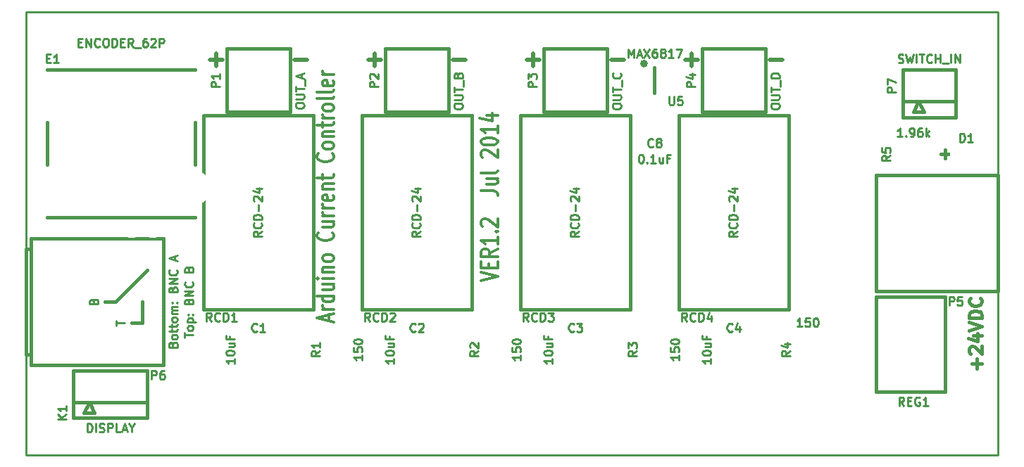
<source format=gto>
G04 (created by PCBNEW (2013-jul-07)-stable) date Tue 08 Jul 2014 03:30:23 PM EDT*
%MOIN*%
G04 Gerber Fmt 3.4, Leading zero omitted, Abs format*
%FSLAX34Y34*%
G01*
G70*
G90*
G04 APERTURE LIST*
%ADD10C,0.00590551*%
%ADD11C,0.01*%
%ADD12C,0.02*%
%ADD13C,0.009*%
%ADD14C,0.012*%
%ADD15C,0.005*%
%ADD16C,0.015*%
%ADD17C,0.175*%
%ADD18O,0.08X0.12*%
%ADD19C,0.08*%
%ADD20R,0.07X0.12*%
%ADD21R,0.12X0.07*%
%ADD22R,0.067X0.067*%
%ADD23C,0.096*%
%ADD24C,0.16*%
%ADD25C,0.18*%
%ADD26R,0.12X0.12*%
%ADD27C,0.12*%
%ADD28R,0.1X0.1*%
%ADD29C,0.1*%
%ADD30R,0.0604X0.03*%
%ADD31C,0.093*%
%ADD32R,0.093X0.093*%
%ADD33C,0.14*%
%ADD34C,0.11*%
%ADD35C,0.09*%
G04 APERTURE END LIST*
G54D10*
G54D11*
X51011Y-45935D02*
X51011Y-45707D01*
X51411Y-45821D02*
X51011Y-45821D01*
X51411Y-45516D02*
X51392Y-45554D01*
X51373Y-45573D01*
X51335Y-45592D01*
X51221Y-45592D01*
X51183Y-45573D01*
X51164Y-45554D01*
X51145Y-45516D01*
X51145Y-45459D01*
X51164Y-45421D01*
X51183Y-45402D01*
X51221Y-45383D01*
X51335Y-45383D01*
X51373Y-45402D01*
X51392Y-45421D01*
X51411Y-45459D01*
X51411Y-45516D01*
X51145Y-45211D02*
X51545Y-45211D01*
X51164Y-45211D02*
X51145Y-45173D01*
X51145Y-45097D01*
X51164Y-45059D01*
X51183Y-45040D01*
X51221Y-45021D01*
X51335Y-45021D01*
X51373Y-45040D01*
X51392Y-45059D01*
X51411Y-45097D01*
X51411Y-45173D01*
X51392Y-45211D01*
X51373Y-44850D02*
X51392Y-44830D01*
X51411Y-44850D01*
X51392Y-44869D01*
X51373Y-44850D01*
X51411Y-44850D01*
X51164Y-44850D02*
X51183Y-44830D01*
X51202Y-44850D01*
X51183Y-44869D01*
X51164Y-44850D01*
X51202Y-44850D01*
X51202Y-44221D02*
X51221Y-44164D01*
X51240Y-44145D01*
X51278Y-44126D01*
X51335Y-44126D01*
X51373Y-44145D01*
X51392Y-44164D01*
X51411Y-44202D01*
X51411Y-44354D01*
X51011Y-44354D01*
X51011Y-44221D01*
X51030Y-44183D01*
X51050Y-44164D01*
X51088Y-44145D01*
X51126Y-44145D01*
X51164Y-44164D01*
X51183Y-44183D01*
X51202Y-44221D01*
X51202Y-44354D01*
X51411Y-43954D02*
X51011Y-43954D01*
X51411Y-43726D01*
X51011Y-43726D01*
X51373Y-43307D02*
X51392Y-43326D01*
X51411Y-43383D01*
X51411Y-43421D01*
X51392Y-43478D01*
X51354Y-43516D01*
X51316Y-43535D01*
X51240Y-43554D01*
X51183Y-43554D01*
X51107Y-43535D01*
X51069Y-43516D01*
X51030Y-43478D01*
X51011Y-43421D01*
X51011Y-43383D01*
X51030Y-43326D01*
X51050Y-43307D01*
X51202Y-42697D02*
X51221Y-42640D01*
X51240Y-42621D01*
X51278Y-42602D01*
X51335Y-42602D01*
X51373Y-42621D01*
X51392Y-42640D01*
X51411Y-42678D01*
X51411Y-42830D01*
X51011Y-42830D01*
X51011Y-42697D01*
X51030Y-42659D01*
X51050Y-42640D01*
X51088Y-42621D01*
X51126Y-42621D01*
X51164Y-42640D01*
X51183Y-42659D01*
X51202Y-42697D01*
X51202Y-42830D01*
X50452Y-46259D02*
X50471Y-46202D01*
X50490Y-46183D01*
X50528Y-46164D01*
X50585Y-46164D01*
X50623Y-46183D01*
X50642Y-46202D01*
X50661Y-46240D01*
X50661Y-46392D01*
X50261Y-46392D01*
X50261Y-46259D01*
X50280Y-46221D01*
X50300Y-46202D01*
X50338Y-46183D01*
X50376Y-46183D01*
X50414Y-46202D01*
X50433Y-46221D01*
X50452Y-46259D01*
X50452Y-46392D01*
X50661Y-45935D02*
X50642Y-45973D01*
X50623Y-45992D01*
X50585Y-46011D01*
X50471Y-46011D01*
X50433Y-45992D01*
X50414Y-45973D01*
X50395Y-45935D01*
X50395Y-45878D01*
X50414Y-45840D01*
X50433Y-45821D01*
X50471Y-45802D01*
X50585Y-45802D01*
X50623Y-45821D01*
X50642Y-45840D01*
X50661Y-45878D01*
X50661Y-45935D01*
X50395Y-45688D02*
X50395Y-45535D01*
X50261Y-45630D02*
X50604Y-45630D01*
X50642Y-45611D01*
X50661Y-45573D01*
X50661Y-45535D01*
X50395Y-45459D02*
X50395Y-45307D01*
X50261Y-45402D02*
X50604Y-45402D01*
X50642Y-45383D01*
X50661Y-45345D01*
X50661Y-45307D01*
X50661Y-45116D02*
X50642Y-45154D01*
X50623Y-45173D01*
X50585Y-45192D01*
X50471Y-45192D01*
X50433Y-45173D01*
X50414Y-45154D01*
X50395Y-45116D01*
X50395Y-45059D01*
X50414Y-45021D01*
X50433Y-45002D01*
X50471Y-44983D01*
X50585Y-44983D01*
X50623Y-45002D01*
X50642Y-45021D01*
X50661Y-45059D01*
X50661Y-45116D01*
X50661Y-44811D02*
X50395Y-44811D01*
X50433Y-44811D02*
X50414Y-44792D01*
X50395Y-44754D01*
X50395Y-44697D01*
X50414Y-44659D01*
X50452Y-44640D01*
X50661Y-44640D01*
X50452Y-44640D02*
X50414Y-44621D01*
X50395Y-44583D01*
X50395Y-44526D01*
X50414Y-44488D01*
X50452Y-44469D01*
X50661Y-44469D01*
X50623Y-44278D02*
X50642Y-44259D01*
X50661Y-44278D01*
X50642Y-44297D01*
X50623Y-44278D01*
X50661Y-44278D01*
X50414Y-44278D02*
X50433Y-44259D01*
X50452Y-44278D01*
X50433Y-44297D01*
X50414Y-44278D01*
X50452Y-44278D01*
X50452Y-43650D02*
X50471Y-43592D01*
X50490Y-43573D01*
X50528Y-43554D01*
X50585Y-43554D01*
X50623Y-43573D01*
X50642Y-43592D01*
X50661Y-43630D01*
X50661Y-43783D01*
X50261Y-43783D01*
X50261Y-43650D01*
X50280Y-43611D01*
X50300Y-43592D01*
X50338Y-43573D01*
X50376Y-43573D01*
X50414Y-43592D01*
X50433Y-43611D01*
X50452Y-43650D01*
X50452Y-43783D01*
X50661Y-43383D02*
X50261Y-43383D01*
X50661Y-43154D01*
X50261Y-43154D01*
X50623Y-42735D02*
X50642Y-42754D01*
X50661Y-42811D01*
X50661Y-42850D01*
X50642Y-42907D01*
X50604Y-42945D01*
X50566Y-42964D01*
X50490Y-42983D01*
X50433Y-42983D01*
X50357Y-42964D01*
X50319Y-42945D01*
X50280Y-42907D01*
X50261Y-42850D01*
X50261Y-42811D01*
X50280Y-42754D01*
X50300Y-42735D01*
X50547Y-42278D02*
X50547Y-42088D01*
X50661Y-42316D02*
X50261Y-42183D01*
X50661Y-42050D01*
G54D12*
X71195Y-32769D02*
X71804Y-32769D01*
X78695Y-32769D02*
X79304Y-32769D01*
X63695Y-32769D02*
X64304Y-32769D01*
X74695Y-32769D02*
X75304Y-32769D01*
X75000Y-33073D02*
X75000Y-32464D01*
X52195Y-32769D02*
X52804Y-32769D01*
X52500Y-33073D02*
X52500Y-32464D01*
X59695Y-32769D02*
X60304Y-32769D01*
X60000Y-33073D02*
X60000Y-32464D01*
X56195Y-32769D02*
X56804Y-32769D01*
X67195Y-32769D02*
X67804Y-32769D01*
X67500Y-33073D02*
X67500Y-32464D01*
G54D13*
X89500Y-51500D02*
X43500Y-51500D01*
X43500Y-30500D02*
X89500Y-30500D01*
X43500Y-30500D02*
X43500Y-51500D01*
G54D14*
X57845Y-45135D02*
X57845Y-44850D01*
X58073Y-45192D02*
X57273Y-44992D01*
X58073Y-44792D01*
X58073Y-44592D02*
X57540Y-44592D01*
X57692Y-44592D02*
X57616Y-44564D01*
X57578Y-44535D01*
X57540Y-44478D01*
X57540Y-44421D01*
X58073Y-43964D02*
X57273Y-43964D01*
X58035Y-43964D02*
X58073Y-44021D01*
X58073Y-44135D01*
X58035Y-44192D01*
X57997Y-44221D01*
X57921Y-44250D01*
X57692Y-44250D01*
X57616Y-44221D01*
X57578Y-44192D01*
X57540Y-44135D01*
X57540Y-44021D01*
X57578Y-43964D01*
X57540Y-43421D02*
X58073Y-43421D01*
X57540Y-43678D02*
X57959Y-43678D01*
X58035Y-43650D01*
X58073Y-43592D01*
X58073Y-43507D01*
X58035Y-43450D01*
X57997Y-43421D01*
X58073Y-43135D02*
X57540Y-43135D01*
X57273Y-43135D02*
X57311Y-43164D01*
X57350Y-43135D01*
X57311Y-43107D01*
X57273Y-43135D01*
X57350Y-43135D01*
X57540Y-42850D02*
X58073Y-42850D01*
X57616Y-42850D02*
X57578Y-42821D01*
X57540Y-42764D01*
X57540Y-42678D01*
X57578Y-42621D01*
X57654Y-42592D01*
X58073Y-42592D01*
X58073Y-42221D02*
X58035Y-42278D01*
X57997Y-42307D01*
X57921Y-42335D01*
X57692Y-42335D01*
X57616Y-42307D01*
X57578Y-42278D01*
X57540Y-42221D01*
X57540Y-42135D01*
X57578Y-42078D01*
X57616Y-42050D01*
X57692Y-42021D01*
X57921Y-42021D01*
X57997Y-42050D01*
X58035Y-42078D01*
X58073Y-42135D01*
X58073Y-42221D01*
X57997Y-40964D02*
X58035Y-40992D01*
X58073Y-41078D01*
X58073Y-41135D01*
X58035Y-41221D01*
X57959Y-41278D01*
X57883Y-41307D01*
X57730Y-41335D01*
X57616Y-41335D01*
X57464Y-41307D01*
X57388Y-41278D01*
X57311Y-41221D01*
X57273Y-41135D01*
X57273Y-41078D01*
X57311Y-40992D01*
X57350Y-40964D01*
X57540Y-40450D02*
X58073Y-40450D01*
X57540Y-40707D02*
X57959Y-40707D01*
X58035Y-40678D01*
X58073Y-40621D01*
X58073Y-40535D01*
X58035Y-40478D01*
X57997Y-40450D01*
X58073Y-40164D02*
X57540Y-40164D01*
X57692Y-40164D02*
X57616Y-40135D01*
X57578Y-40107D01*
X57540Y-40050D01*
X57540Y-39992D01*
X58073Y-39792D02*
X57540Y-39792D01*
X57692Y-39792D02*
X57616Y-39764D01*
X57578Y-39735D01*
X57540Y-39678D01*
X57540Y-39621D01*
X58035Y-39192D02*
X58073Y-39250D01*
X58073Y-39364D01*
X58035Y-39421D01*
X57959Y-39450D01*
X57654Y-39450D01*
X57578Y-39421D01*
X57540Y-39364D01*
X57540Y-39250D01*
X57578Y-39192D01*
X57654Y-39164D01*
X57730Y-39164D01*
X57807Y-39450D01*
X57540Y-38907D02*
X58073Y-38907D01*
X57616Y-38907D02*
X57578Y-38878D01*
X57540Y-38821D01*
X57540Y-38735D01*
X57578Y-38678D01*
X57654Y-38650D01*
X58073Y-38650D01*
X57540Y-38450D02*
X57540Y-38221D01*
X57273Y-38364D02*
X57959Y-38364D01*
X58035Y-38335D01*
X58073Y-38278D01*
X58073Y-38221D01*
X57997Y-37221D02*
X58035Y-37250D01*
X58073Y-37335D01*
X58073Y-37392D01*
X58035Y-37478D01*
X57959Y-37535D01*
X57883Y-37564D01*
X57730Y-37592D01*
X57616Y-37592D01*
X57464Y-37564D01*
X57388Y-37535D01*
X57311Y-37478D01*
X57273Y-37392D01*
X57273Y-37335D01*
X57311Y-37250D01*
X57350Y-37221D01*
X58073Y-36878D02*
X58035Y-36935D01*
X57997Y-36964D01*
X57921Y-36992D01*
X57692Y-36992D01*
X57616Y-36964D01*
X57578Y-36935D01*
X57540Y-36878D01*
X57540Y-36792D01*
X57578Y-36735D01*
X57616Y-36707D01*
X57692Y-36678D01*
X57921Y-36678D01*
X57997Y-36707D01*
X58035Y-36735D01*
X58073Y-36792D01*
X58073Y-36878D01*
X57540Y-36421D02*
X58073Y-36421D01*
X57616Y-36421D02*
X57578Y-36392D01*
X57540Y-36335D01*
X57540Y-36250D01*
X57578Y-36192D01*
X57654Y-36164D01*
X58073Y-36164D01*
X57540Y-35964D02*
X57540Y-35735D01*
X57273Y-35878D02*
X57959Y-35878D01*
X58035Y-35850D01*
X58073Y-35792D01*
X58073Y-35735D01*
X58073Y-35535D02*
X57540Y-35535D01*
X57692Y-35535D02*
X57616Y-35507D01*
X57578Y-35478D01*
X57540Y-35421D01*
X57540Y-35364D01*
X58073Y-35078D02*
X58035Y-35135D01*
X57997Y-35164D01*
X57921Y-35192D01*
X57692Y-35192D01*
X57616Y-35164D01*
X57578Y-35135D01*
X57540Y-35078D01*
X57540Y-34992D01*
X57578Y-34935D01*
X57616Y-34907D01*
X57692Y-34878D01*
X57921Y-34878D01*
X57997Y-34907D01*
X58035Y-34935D01*
X58073Y-34992D01*
X58073Y-35078D01*
X58073Y-34535D02*
X58035Y-34592D01*
X57959Y-34621D01*
X57273Y-34621D01*
X58073Y-34221D02*
X58035Y-34278D01*
X57959Y-34307D01*
X57273Y-34307D01*
X58035Y-33764D02*
X58073Y-33821D01*
X58073Y-33935D01*
X58035Y-33992D01*
X57959Y-34021D01*
X57654Y-34021D01*
X57578Y-33992D01*
X57540Y-33935D01*
X57540Y-33821D01*
X57578Y-33764D01*
X57654Y-33735D01*
X57730Y-33735D01*
X57807Y-34021D01*
X58073Y-33478D02*
X57540Y-33478D01*
X57692Y-33478D02*
X57616Y-33449D01*
X57578Y-33421D01*
X57540Y-33364D01*
X57540Y-33307D01*
X65023Y-38964D02*
X65595Y-38964D01*
X65709Y-38992D01*
X65785Y-39050D01*
X65823Y-39135D01*
X65823Y-39192D01*
X65290Y-38421D02*
X65823Y-38421D01*
X65290Y-38678D02*
X65709Y-38678D01*
X65785Y-38650D01*
X65823Y-38592D01*
X65823Y-38507D01*
X65785Y-38450D01*
X65747Y-38421D01*
X65823Y-38050D02*
X65785Y-38107D01*
X65709Y-38135D01*
X65023Y-38135D01*
X65100Y-37392D02*
X65061Y-37364D01*
X65023Y-37307D01*
X65023Y-37164D01*
X65061Y-37107D01*
X65100Y-37078D01*
X65176Y-37050D01*
X65252Y-37050D01*
X65366Y-37078D01*
X65823Y-37421D01*
X65823Y-37050D01*
X65023Y-36678D02*
X65023Y-36621D01*
X65061Y-36564D01*
X65100Y-36535D01*
X65176Y-36507D01*
X65328Y-36478D01*
X65519Y-36478D01*
X65671Y-36507D01*
X65747Y-36535D01*
X65785Y-36564D01*
X65823Y-36621D01*
X65823Y-36678D01*
X65785Y-36735D01*
X65747Y-36764D01*
X65671Y-36792D01*
X65519Y-36821D01*
X65328Y-36821D01*
X65176Y-36792D01*
X65100Y-36764D01*
X65061Y-36735D01*
X65023Y-36678D01*
X65823Y-35907D02*
X65823Y-36249D01*
X65823Y-36078D02*
X65023Y-36078D01*
X65138Y-36135D01*
X65214Y-36192D01*
X65252Y-36249D01*
X65290Y-35392D02*
X65823Y-35392D01*
X64985Y-35535D02*
X65557Y-35678D01*
X65557Y-35307D01*
X65023Y-43235D02*
X65823Y-43035D01*
X65023Y-42835D01*
X65404Y-42635D02*
X65404Y-42435D01*
X65823Y-42350D02*
X65823Y-42635D01*
X65023Y-42635D01*
X65023Y-42350D01*
X65823Y-41750D02*
X65442Y-41950D01*
X65823Y-42092D02*
X65023Y-42092D01*
X65023Y-41864D01*
X65061Y-41807D01*
X65100Y-41778D01*
X65176Y-41750D01*
X65290Y-41750D01*
X65366Y-41778D01*
X65404Y-41807D01*
X65442Y-41864D01*
X65442Y-42092D01*
X65823Y-41178D02*
X65823Y-41521D01*
X65823Y-41350D02*
X65023Y-41350D01*
X65138Y-41407D01*
X65214Y-41464D01*
X65252Y-41521D01*
X65747Y-40921D02*
X65785Y-40892D01*
X65823Y-40921D01*
X65785Y-40949D01*
X65747Y-40921D01*
X65823Y-40921D01*
X65100Y-40664D02*
X65061Y-40635D01*
X65023Y-40578D01*
X65023Y-40435D01*
X65061Y-40378D01*
X65100Y-40350D01*
X65176Y-40321D01*
X65252Y-40321D01*
X65366Y-40350D01*
X65823Y-40692D01*
X65823Y-40321D01*
G54D13*
X89500Y-51500D02*
X89500Y-30500D01*
G54D15*
X54800Y-47050D02*
X55400Y-47050D01*
X55400Y-47050D02*
X55400Y-45950D01*
X55400Y-45950D02*
X54800Y-45950D01*
X54200Y-45950D02*
X53600Y-45950D01*
X53600Y-45950D02*
X53600Y-47050D01*
X53600Y-47050D02*
X54200Y-47050D01*
X57700Y-46800D02*
X57700Y-47400D01*
X57700Y-47400D02*
X58800Y-47400D01*
X58800Y-47400D02*
X58800Y-46800D01*
X58800Y-46200D02*
X58800Y-45600D01*
X58800Y-45600D02*
X57700Y-45600D01*
X57700Y-45600D02*
X57700Y-46200D01*
X77300Y-47050D02*
X77900Y-47050D01*
X77900Y-47050D02*
X77900Y-45950D01*
X77900Y-45950D02*
X77300Y-45950D01*
X76700Y-45950D02*
X76100Y-45950D01*
X76100Y-45950D02*
X76100Y-47050D01*
X76100Y-47050D02*
X76700Y-47050D01*
X62300Y-47050D02*
X62900Y-47050D01*
X62900Y-47050D02*
X62900Y-45950D01*
X62900Y-45950D02*
X62300Y-45950D01*
X61700Y-45950D02*
X61100Y-45950D01*
X61100Y-45950D02*
X61100Y-47050D01*
X61100Y-47050D02*
X61700Y-47050D01*
X69800Y-47050D02*
X70400Y-47050D01*
X70400Y-47050D02*
X70400Y-45950D01*
X70400Y-45950D02*
X69800Y-45950D01*
X69200Y-45950D02*
X68600Y-45950D01*
X68600Y-45950D02*
X68600Y-47050D01*
X68600Y-47050D02*
X69200Y-47050D01*
G54D16*
X87000Y-37450D02*
X87000Y-37050D01*
X87200Y-37250D02*
X86800Y-37250D01*
G54D15*
X65200Y-46800D02*
X65200Y-47400D01*
X65200Y-47400D02*
X66300Y-47400D01*
X66300Y-47400D02*
X66300Y-46800D01*
X66300Y-46200D02*
X66300Y-45600D01*
X66300Y-45600D02*
X65200Y-45600D01*
X65200Y-45600D02*
X65200Y-46200D01*
X72700Y-46800D02*
X72700Y-47400D01*
X72700Y-47400D02*
X73800Y-47400D01*
X73800Y-47400D02*
X73800Y-46800D01*
X73800Y-46200D02*
X73800Y-45600D01*
X73800Y-45600D02*
X72700Y-45600D01*
X72700Y-45600D02*
X72700Y-46200D01*
X79950Y-46800D02*
X79950Y-47400D01*
X79950Y-47400D02*
X81050Y-47400D01*
X81050Y-47400D02*
X81050Y-46800D01*
X81050Y-46200D02*
X81050Y-45600D01*
X81050Y-45600D02*
X79950Y-45600D01*
X79950Y-45600D02*
X79950Y-46200D01*
X85200Y-36700D02*
X84600Y-36700D01*
X84600Y-36700D02*
X84600Y-37800D01*
X84600Y-37800D02*
X85200Y-37800D01*
X85800Y-37800D02*
X86400Y-37800D01*
X86400Y-37800D02*
X86400Y-36700D01*
X86400Y-36700D02*
X85800Y-36700D01*
G54D16*
X89500Y-38250D02*
X89500Y-43750D01*
X89500Y-43750D02*
X83750Y-43750D01*
X83750Y-43750D02*
X83750Y-38250D01*
X83750Y-38250D02*
X89500Y-38250D01*
X75500Y-32250D02*
X75500Y-35250D01*
X75500Y-35250D02*
X78500Y-35250D01*
X78500Y-35250D02*
X78500Y-32250D01*
X75500Y-32250D02*
X78500Y-32250D01*
X68000Y-32250D02*
X68000Y-35250D01*
X68000Y-35250D02*
X71000Y-35250D01*
X71000Y-35250D02*
X71000Y-32250D01*
X68000Y-32250D02*
X71000Y-32250D01*
X60500Y-32250D02*
X60500Y-35250D01*
X60500Y-35250D02*
X63500Y-35250D01*
X63500Y-35250D02*
X63500Y-32250D01*
X60500Y-32250D02*
X63500Y-32250D01*
X53000Y-32250D02*
X53000Y-35250D01*
X53000Y-35250D02*
X56000Y-35250D01*
X56000Y-35250D02*
X56000Y-32250D01*
X53000Y-32250D02*
X56000Y-32250D01*
X74400Y-44600D02*
X79600Y-44600D01*
X79600Y-44600D02*
X79600Y-35400D01*
X79600Y-35400D02*
X74400Y-35400D01*
X74400Y-35400D02*
X74400Y-44600D01*
X66900Y-44600D02*
X72100Y-44600D01*
X72100Y-44600D02*
X72100Y-35400D01*
X72100Y-35400D02*
X66900Y-35400D01*
X66900Y-35400D02*
X66900Y-44600D01*
X59400Y-44600D02*
X64600Y-44600D01*
X64600Y-44600D02*
X64600Y-35400D01*
X64600Y-35400D02*
X59400Y-35400D01*
X59400Y-35400D02*
X59400Y-44600D01*
X51900Y-44600D02*
X57100Y-44600D01*
X57100Y-44600D02*
X57100Y-35400D01*
X57100Y-35400D02*
X51900Y-35400D01*
X51900Y-35400D02*
X51900Y-44600D01*
G54D15*
X73550Y-36300D02*
X74150Y-36300D01*
X74150Y-36300D02*
X74150Y-35200D01*
X74150Y-35200D02*
X73550Y-35200D01*
X72950Y-35200D02*
X72350Y-35200D01*
X72350Y-35200D02*
X72350Y-36300D01*
X72350Y-36300D02*
X72950Y-36300D01*
G54D16*
X73250Y-33150D02*
X73250Y-34350D01*
X72850Y-32950D02*
G75*
G03X72850Y-32950I-100J0D01*
G74*
G01*
X46750Y-49500D02*
X46500Y-49000D01*
X46500Y-49000D02*
X46250Y-49500D01*
X46250Y-49500D02*
X46750Y-49500D01*
X49250Y-49750D02*
X45750Y-49750D01*
X45750Y-49750D02*
X45750Y-49000D01*
X49250Y-49750D02*
X49250Y-49000D01*
X49250Y-49000D02*
X49250Y-47500D01*
X49250Y-47500D02*
X45750Y-47500D01*
X45750Y-47500D02*
X45750Y-49000D01*
X45750Y-49000D02*
X49250Y-49000D01*
X87500Y-33250D02*
X85000Y-33250D01*
X87500Y-34750D02*
X85000Y-34750D01*
X87500Y-35500D02*
X85000Y-35500D01*
X86000Y-35250D02*
X85750Y-34750D01*
X85750Y-34750D02*
X85500Y-35250D01*
X85500Y-35250D02*
X86000Y-35250D01*
X85000Y-35500D02*
X85000Y-34750D01*
X87500Y-35500D02*
X87500Y-34750D01*
X87500Y-34750D02*
X87500Y-33250D01*
X85000Y-33250D02*
X85000Y-34750D01*
X87000Y-44000D02*
X83750Y-44000D01*
X83750Y-44000D02*
X83750Y-48500D01*
X83750Y-48500D02*
X87000Y-48500D01*
X87000Y-48500D02*
X87000Y-44000D01*
X43750Y-46750D02*
X43500Y-46750D01*
X43500Y-46750D02*
X43500Y-41750D01*
X43500Y-41750D02*
X43750Y-41750D01*
X43750Y-47250D02*
X50000Y-47250D01*
X50000Y-47250D02*
X50000Y-41250D01*
X50000Y-41250D02*
X43750Y-41250D01*
X43750Y-41250D02*
X43750Y-47250D01*
X49250Y-42750D02*
X47750Y-44250D01*
X47750Y-44250D02*
X47250Y-44250D01*
X49000Y-45250D02*
X48500Y-45250D01*
X49000Y-44250D02*
X49000Y-45250D01*
X44500Y-35750D02*
X44500Y-37750D01*
X51500Y-37750D02*
X51500Y-35750D01*
X44500Y-40250D02*
X51500Y-40250D01*
X51500Y-33250D02*
X44500Y-33250D01*
G54D11*
X54433Y-45623D02*
X54414Y-45642D01*
X54357Y-45661D01*
X54319Y-45661D01*
X54261Y-45642D01*
X54223Y-45604D01*
X54204Y-45566D01*
X54185Y-45490D01*
X54185Y-45433D01*
X54204Y-45357D01*
X54223Y-45319D01*
X54261Y-45280D01*
X54319Y-45261D01*
X54357Y-45261D01*
X54414Y-45280D01*
X54433Y-45300D01*
X54814Y-45661D02*
X54585Y-45661D01*
X54700Y-45661D02*
X54700Y-45261D01*
X54661Y-45319D01*
X54623Y-45357D01*
X54585Y-45376D01*
X53361Y-46928D02*
X53361Y-47157D01*
X53361Y-47042D02*
X52961Y-47042D01*
X53019Y-47080D01*
X53057Y-47119D01*
X53076Y-47157D01*
X52961Y-46680D02*
X52961Y-46642D01*
X52980Y-46604D01*
X53000Y-46585D01*
X53038Y-46566D01*
X53114Y-46547D01*
X53209Y-46547D01*
X53285Y-46566D01*
X53323Y-46585D01*
X53342Y-46604D01*
X53361Y-46642D01*
X53361Y-46680D01*
X53342Y-46719D01*
X53323Y-46738D01*
X53285Y-46757D01*
X53209Y-46776D01*
X53114Y-46776D01*
X53038Y-46757D01*
X53000Y-46738D01*
X52980Y-46719D01*
X52961Y-46680D01*
X53095Y-46204D02*
X53361Y-46204D01*
X53095Y-46376D02*
X53304Y-46376D01*
X53342Y-46357D01*
X53361Y-46319D01*
X53361Y-46261D01*
X53342Y-46223D01*
X53323Y-46204D01*
X53152Y-45880D02*
X53152Y-46014D01*
X53361Y-46014D02*
X52961Y-46014D01*
X52961Y-45823D01*
X57411Y-46566D02*
X57221Y-46699D01*
X57411Y-46795D02*
X57011Y-46795D01*
X57011Y-46642D01*
X57030Y-46604D01*
X57050Y-46585D01*
X57088Y-46566D01*
X57145Y-46566D01*
X57183Y-46585D01*
X57202Y-46604D01*
X57221Y-46642D01*
X57221Y-46795D01*
X57411Y-46185D02*
X57411Y-46414D01*
X57411Y-46299D02*
X57011Y-46299D01*
X57069Y-46338D01*
X57107Y-46376D01*
X57126Y-46414D01*
X59411Y-46766D02*
X59411Y-46995D01*
X59411Y-46880D02*
X59011Y-46880D01*
X59069Y-46919D01*
X59107Y-46957D01*
X59126Y-46995D01*
X59011Y-46404D02*
X59011Y-46595D01*
X59202Y-46614D01*
X59183Y-46595D01*
X59164Y-46557D01*
X59164Y-46461D01*
X59183Y-46423D01*
X59202Y-46404D01*
X59240Y-46385D01*
X59335Y-46385D01*
X59373Y-46404D01*
X59392Y-46423D01*
X59411Y-46461D01*
X59411Y-46557D01*
X59392Y-46595D01*
X59373Y-46614D01*
X59011Y-46138D02*
X59011Y-46100D01*
X59030Y-46061D01*
X59050Y-46042D01*
X59088Y-46023D01*
X59164Y-46004D01*
X59259Y-46004D01*
X59335Y-46023D01*
X59373Y-46042D01*
X59392Y-46061D01*
X59411Y-46100D01*
X59411Y-46138D01*
X59392Y-46176D01*
X59373Y-46195D01*
X59335Y-46214D01*
X59259Y-46233D01*
X59164Y-46233D01*
X59088Y-46214D01*
X59050Y-46195D01*
X59030Y-46176D01*
X59011Y-46138D01*
X76933Y-45623D02*
X76914Y-45642D01*
X76857Y-45661D01*
X76819Y-45661D01*
X76761Y-45642D01*
X76723Y-45604D01*
X76704Y-45566D01*
X76685Y-45490D01*
X76685Y-45433D01*
X76704Y-45357D01*
X76723Y-45319D01*
X76761Y-45280D01*
X76819Y-45261D01*
X76857Y-45261D01*
X76914Y-45280D01*
X76933Y-45300D01*
X77276Y-45395D02*
X77276Y-45661D01*
X77180Y-45242D02*
X77085Y-45528D01*
X77333Y-45528D01*
X75911Y-46928D02*
X75911Y-47157D01*
X75911Y-47042D02*
X75511Y-47042D01*
X75569Y-47080D01*
X75607Y-47119D01*
X75626Y-47157D01*
X75511Y-46680D02*
X75511Y-46642D01*
X75530Y-46604D01*
X75550Y-46585D01*
X75588Y-46566D01*
X75664Y-46547D01*
X75759Y-46547D01*
X75835Y-46566D01*
X75873Y-46585D01*
X75892Y-46604D01*
X75911Y-46642D01*
X75911Y-46680D01*
X75892Y-46719D01*
X75873Y-46738D01*
X75835Y-46757D01*
X75759Y-46776D01*
X75664Y-46776D01*
X75588Y-46757D01*
X75550Y-46738D01*
X75530Y-46719D01*
X75511Y-46680D01*
X75645Y-46204D02*
X75911Y-46204D01*
X75645Y-46376D02*
X75854Y-46376D01*
X75892Y-46357D01*
X75911Y-46319D01*
X75911Y-46261D01*
X75892Y-46223D01*
X75873Y-46204D01*
X75702Y-45880D02*
X75702Y-46014D01*
X75911Y-46014D02*
X75511Y-46014D01*
X75511Y-45823D01*
X61933Y-45623D02*
X61914Y-45642D01*
X61857Y-45661D01*
X61819Y-45661D01*
X61761Y-45642D01*
X61723Y-45604D01*
X61704Y-45566D01*
X61685Y-45490D01*
X61685Y-45433D01*
X61704Y-45357D01*
X61723Y-45319D01*
X61761Y-45280D01*
X61819Y-45261D01*
X61857Y-45261D01*
X61914Y-45280D01*
X61933Y-45300D01*
X62085Y-45300D02*
X62104Y-45280D01*
X62142Y-45261D01*
X62238Y-45261D01*
X62276Y-45280D01*
X62295Y-45300D01*
X62314Y-45338D01*
X62314Y-45376D01*
X62295Y-45433D01*
X62066Y-45661D01*
X62314Y-45661D01*
X60911Y-46928D02*
X60911Y-47157D01*
X60911Y-47042D02*
X60511Y-47042D01*
X60569Y-47080D01*
X60607Y-47119D01*
X60626Y-47157D01*
X60511Y-46680D02*
X60511Y-46642D01*
X60530Y-46604D01*
X60550Y-46585D01*
X60588Y-46566D01*
X60664Y-46547D01*
X60759Y-46547D01*
X60835Y-46566D01*
X60873Y-46585D01*
X60892Y-46604D01*
X60911Y-46642D01*
X60911Y-46680D01*
X60892Y-46719D01*
X60873Y-46738D01*
X60835Y-46757D01*
X60759Y-46776D01*
X60664Y-46776D01*
X60588Y-46757D01*
X60550Y-46738D01*
X60530Y-46719D01*
X60511Y-46680D01*
X60645Y-46204D02*
X60911Y-46204D01*
X60645Y-46376D02*
X60854Y-46376D01*
X60892Y-46357D01*
X60911Y-46319D01*
X60911Y-46261D01*
X60892Y-46223D01*
X60873Y-46204D01*
X60702Y-45880D02*
X60702Y-46014D01*
X60911Y-46014D02*
X60511Y-46014D01*
X60511Y-45823D01*
X69433Y-45623D02*
X69414Y-45642D01*
X69357Y-45661D01*
X69319Y-45661D01*
X69261Y-45642D01*
X69223Y-45604D01*
X69204Y-45566D01*
X69185Y-45490D01*
X69185Y-45433D01*
X69204Y-45357D01*
X69223Y-45319D01*
X69261Y-45280D01*
X69319Y-45261D01*
X69357Y-45261D01*
X69414Y-45280D01*
X69433Y-45300D01*
X69566Y-45261D02*
X69814Y-45261D01*
X69680Y-45414D01*
X69738Y-45414D01*
X69776Y-45433D01*
X69795Y-45452D01*
X69814Y-45490D01*
X69814Y-45585D01*
X69795Y-45623D01*
X69776Y-45642D01*
X69738Y-45661D01*
X69623Y-45661D01*
X69585Y-45642D01*
X69566Y-45623D01*
X68411Y-46928D02*
X68411Y-47157D01*
X68411Y-47042D02*
X68011Y-47042D01*
X68069Y-47080D01*
X68107Y-47119D01*
X68126Y-47157D01*
X68011Y-46680D02*
X68011Y-46642D01*
X68030Y-46604D01*
X68050Y-46585D01*
X68088Y-46566D01*
X68164Y-46547D01*
X68259Y-46547D01*
X68335Y-46566D01*
X68373Y-46585D01*
X68392Y-46604D01*
X68411Y-46642D01*
X68411Y-46680D01*
X68392Y-46719D01*
X68373Y-46738D01*
X68335Y-46757D01*
X68259Y-46776D01*
X68164Y-46776D01*
X68088Y-46757D01*
X68050Y-46738D01*
X68030Y-46719D01*
X68011Y-46680D01*
X68145Y-46204D02*
X68411Y-46204D01*
X68145Y-46376D02*
X68354Y-46376D01*
X68392Y-46357D01*
X68411Y-46319D01*
X68411Y-46261D01*
X68392Y-46223D01*
X68373Y-46204D01*
X68202Y-45880D02*
X68202Y-46014D01*
X68411Y-46014D02*
X68011Y-46014D01*
X68011Y-45823D01*
X87704Y-36661D02*
X87704Y-36261D01*
X87800Y-36261D01*
X87857Y-36280D01*
X87895Y-36319D01*
X87914Y-36357D01*
X87933Y-36433D01*
X87933Y-36490D01*
X87914Y-36566D01*
X87895Y-36604D01*
X87857Y-36642D01*
X87800Y-36661D01*
X87704Y-36661D01*
X88314Y-36661D02*
X88085Y-36661D01*
X88200Y-36661D02*
X88200Y-36261D01*
X88161Y-36319D01*
X88123Y-36357D01*
X88085Y-36376D01*
X64911Y-46566D02*
X64721Y-46699D01*
X64911Y-46795D02*
X64511Y-46795D01*
X64511Y-46642D01*
X64530Y-46604D01*
X64550Y-46585D01*
X64588Y-46566D01*
X64645Y-46566D01*
X64683Y-46585D01*
X64702Y-46604D01*
X64721Y-46642D01*
X64721Y-46795D01*
X64550Y-46414D02*
X64530Y-46395D01*
X64511Y-46357D01*
X64511Y-46261D01*
X64530Y-46223D01*
X64550Y-46204D01*
X64588Y-46185D01*
X64626Y-46185D01*
X64683Y-46204D01*
X64911Y-46433D01*
X64911Y-46185D01*
X66911Y-46766D02*
X66911Y-46995D01*
X66911Y-46880D02*
X66511Y-46880D01*
X66569Y-46919D01*
X66607Y-46957D01*
X66626Y-46995D01*
X66511Y-46404D02*
X66511Y-46595D01*
X66702Y-46614D01*
X66683Y-46595D01*
X66664Y-46557D01*
X66664Y-46461D01*
X66683Y-46423D01*
X66702Y-46404D01*
X66740Y-46385D01*
X66835Y-46385D01*
X66873Y-46404D01*
X66892Y-46423D01*
X66911Y-46461D01*
X66911Y-46557D01*
X66892Y-46595D01*
X66873Y-46614D01*
X66511Y-46138D02*
X66511Y-46100D01*
X66530Y-46061D01*
X66550Y-46042D01*
X66588Y-46023D01*
X66664Y-46004D01*
X66759Y-46004D01*
X66835Y-46023D01*
X66873Y-46042D01*
X66892Y-46061D01*
X66911Y-46100D01*
X66911Y-46138D01*
X66892Y-46176D01*
X66873Y-46195D01*
X66835Y-46214D01*
X66759Y-46233D01*
X66664Y-46233D01*
X66588Y-46214D01*
X66550Y-46195D01*
X66530Y-46176D01*
X66511Y-46138D01*
X72411Y-46566D02*
X72221Y-46699D01*
X72411Y-46795D02*
X72011Y-46795D01*
X72011Y-46642D01*
X72030Y-46604D01*
X72050Y-46585D01*
X72088Y-46566D01*
X72145Y-46566D01*
X72183Y-46585D01*
X72202Y-46604D01*
X72221Y-46642D01*
X72221Y-46795D01*
X72011Y-46433D02*
X72011Y-46185D01*
X72164Y-46319D01*
X72164Y-46261D01*
X72183Y-46223D01*
X72202Y-46204D01*
X72240Y-46185D01*
X72335Y-46185D01*
X72373Y-46204D01*
X72392Y-46223D01*
X72411Y-46261D01*
X72411Y-46376D01*
X72392Y-46414D01*
X72373Y-46433D01*
X74411Y-46766D02*
X74411Y-46995D01*
X74411Y-46880D02*
X74011Y-46880D01*
X74069Y-46919D01*
X74107Y-46957D01*
X74126Y-46995D01*
X74011Y-46404D02*
X74011Y-46595D01*
X74202Y-46614D01*
X74183Y-46595D01*
X74164Y-46557D01*
X74164Y-46461D01*
X74183Y-46423D01*
X74202Y-46404D01*
X74240Y-46385D01*
X74335Y-46385D01*
X74373Y-46404D01*
X74392Y-46423D01*
X74411Y-46461D01*
X74411Y-46557D01*
X74392Y-46595D01*
X74373Y-46614D01*
X74011Y-46138D02*
X74011Y-46100D01*
X74030Y-46061D01*
X74050Y-46042D01*
X74088Y-46023D01*
X74164Y-46004D01*
X74259Y-46004D01*
X74335Y-46023D01*
X74373Y-46042D01*
X74392Y-46061D01*
X74411Y-46100D01*
X74411Y-46138D01*
X74392Y-46176D01*
X74373Y-46195D01*
X74335Y-46214D01*
X74259Y-46233D01*
X74164Y-46233D01*
X74088Y-46214D01*
X74050Y-46195D01*
X74030Y-46176D01*
X74011Y-46138D01*
X79661Y-46566D02*
X79471Y-46699D01*
X79661Y-46795D02*
X79261Y-46795D01*
X79261Y-46642D01*
X79280Y-46604D01*
X79300Y-46585D01*
X79338Y-46566D01*
X79395Y-46566D01*
X79433Y-46585D01*
X79452Y-46604D01*
X79471Y-46642D01*
X79471Y-46795D01*
X79395Y-46223D02*
X79661Y-46223D01*
X79242Y-46319D02*
X79528Y-46414D01*
X79528Y-46166D01*
X80233Y-45411D02*
X80004Y-45411D01*
X80119Y-45411D02*
X80119Y-45011D01*
X80080Y-45069D01*
X80042Y-45107D01*
X80004Y-45126D01*
X80595Y-45011D02*
X80404Y-45011D01*
X80385Y-45202D01*
X80404Y-45183D01*
X80442Y-45164D01*
X80538Y-45164D01*
X80576Y-45183D01*
X80595Y-45202D01*
X80614Y-45240D01*
X80614Y-45335D01*
X80595Y-45373D01*
X80576Y-45392D01*
X80538Y-45411D01*
X80442Y-45411D01*
X80404Y-45392D01*
X80385Y-45373D01*
X80861Y-45011D02*
X80900Y-45011D01*
X80938Y-45030D01*
X80957Y-45050D01*
X80976Y-45088D01*
X80995Y-45164D01*
X80995Y-45259D01*
X80976Y-45335D01*
X80957Y-45373D01*
X80938Y-45392D01*
X80900Y-45411D01*
X80861Y-45411D01*
X80823Y-45392D01*
X80804Y-45373D01*
X80785Y-45335D01*
X80766Y-45259D01*
X80766Y-45164D01*
X80785Y-45088D01*
X80804Y-45050D01*
X80823Y-45030D01*
X80861Y-45011D01*
X84411Y-37316D02*
X84221Y-37449D01*
X84411Y-37545D02*
X84011Y-37545D01*
X84011Y-37392D01*
X84030Y-37354D01*
X84050Y-37335D01*
X84088Y-37316D01*
X84145Y-37316D01*
X84183Y-37335D01*
X84202Y-37354D01*
X84221Y-37392D01*
X84221Y-37545D01*
X84011Y-36954D02*
X84011Y-37145D01*
X84202Y-37164D01*
X84183Y-37145D01*
X84164Y-37107D01*
X84164Y-37011D01*
X84183Y-36973D01*
X84202Y-36954D01*
X84240Y-36935D01*
X84335Y-36935D01*
X84373Y-36954D01*
X84392Y-36973D01*
X84411Y-37011D01*
X84411Y-37107D01*
X84392Y-37145D01*
X84373Y-37164D01*
X84976Y-36411D02*
X84747Y-36411D01*
X84861Y-36411D02*
X84861Y-36011D01*
X84823Y-36069D01*
X84785Y-36107D01*
X84747Y-36126D01*
X85147Y-36373D02*
X85166Y-36392D01*
X85147Y-36411D01*
X85128Y-36392D01*
X85147Y-36373D01*
X85147Y-36411D01*
X85357Y-36411D02*
X85433Y-36411D01*
X85471Y-36392D01*
X85490Y-36373D01*
X85528Y-36316D01*
X85547Y-36240D01*
X85547Y-36088D01*
X85528Y-36050D01*
X85509Y-36030D01*
X85471Y-36011D01*
X85395Y-36011D01*
X85357Y-36030D01*
X85338Y-36050D01*
X85319Y-36088D01*
X85319Y-36183D01*
X85338Y-36221D01*
X85357Y-36240D01*
X85395Y-36259D01*
X85471Y-36259D01*
X85509Y-36240D01*
X85528Y-36221D01*
X85547Y-36183D01*
X85890Y-36011D02*
X85814Y-36011D01*
X85776Y-36030D01*
X85757Y-36050D01*
X85719Y-36107D01*
X85700Y-36183D01*
X85700Y-36335D01*
X85719Y-36373D01*
X85738Y-36392D01*
X85776Y-36411D01*
X85852Y-36411D01*
X85890Y-36392D01*
X85909Y-36373D01*
X85928Y-36335D01*
X85928Y-36240D01*
X85909Y-36202D01*
X85890Y-36183D01*
X85852Y-36164D01*
X85776Y-36164D01*
X85738Y-36183D01*
X85719Y-36202D01*
X85700Y-36240D01*
X86100Y-36411D02*
X86100Y-36011D01*
X86138Y-36259D02*
X86252Y-36411D01*
X86252Y-36145D02*
X86100Y-36297D01*
X87204Y-44411D02*
X87204Y-44011D01*
X87357Y-44011D01*
X87395Y-44030D01*
X87414Y-44050D01*
X87433Y-44088D01*
X87433Y-44145D01*
X87414Y-44183D01*
X87395Y-44202D01*
X87357Y-44221D01*
X87204Y-44221D01*
X87795Y-44011D02*
X87604Y-44011D01*
X87585Y-44202D01*
X87604Y-44183D01*
X87642Y-44164D01*
X87738Y-44164D01*
X87776Y-44183D01*
X87795Y-44202D01*
X87814Y-44240D01*
X87814Y-44335D01*
X87795Y-44373D01*
X87776Y-44392D01*
X87738Y-44411D01*
X87642Y-44411D01*
X87604Y-44392D01*
X87585Y-44373D01*
G54D16*
X88514Y-47407D02*
X88514Y-46950D01*
X88742Y-47178D02*
X88285Y-47178D01*
X88200Y-46692D02*
X88171Y-46664D01*
X88142Y-46607D01*
X88142Y-46464D01*
X88171Y-46407D01*
X88200Y-46378D01*
X88257Y-46350D01*
X88314Y-46350D01*
X88400Y-46378D01*
X88742Y-46721D01*
X88742Y-46350D01*
X88342Y-45835D02*
X88742Y-45835D01*
X88114Y-45978D02*
X88542Y-46121D01*
X88542Y-45750D01*
X88142Y-45607D02*
X88742Y-45407D01*
X88142Y-45207D01*
X88742Y-45007D02*
X88142Y-45007D01*
X88142Y-44864D01*
X88171Y-44778D01*
X88228Y-44721D01*
X88285Y-44692D01*
X88400Y-44664D01*
X88485Y-44664D01*
X88600Y-44692D01*
X88657Y-44721D01*
X88714Y-44778D01*
X88742Y-44864D01*
X88742Y-45007D01*
X88685Y-44064D02*
X88714Y-44092D01*
X88742Y-44178D01*
X88742Y-44235D01*
X88714Y-44321D01*
X88657Y-44378D01*
X88600Y-44407D01*
X88485Y-44435D01*
X88400Y-44435D01*
X88285Y-44407D01*
X88228Y-44378D01*
X88171Y-44321D01*
X88142Y-44235D01*
X88142Y-44178D01*
X88171Y-44092D01*
X88200Y-44064D01*
G54D11*
X75161Y-34045D02*
X74761Y-34045D01*
X74761Y-33892D01*
X74780Y-33854D01*
X74800Y-33835D01*
X74838Y-33816D01*
X74895Y-33816D01*
X74933Y-33835D01*
X74952Y-33854D01*
X74971Y-33892D01*
X74971Y-34045D01*
X74895Y-33473D02*
X75161Y-33473D01*
X74742Y-33569D02*
X75028Y-33664D01*
X75028Y-33416D01*
X78761Y-35002D02*
X78761Y-34926D01*
X78780Y-34888D01*
X78819Y-34850D01*
X78895Y-34830D01*
X79028Y-34830D01*
X79104Y-34850D01*
X79142Y-34888D01*
X79161Y-34926D01*
X79161Y-35002D01*
X79142Y-35040D01*
X79104Y-35078D01*
X79028Y-35097D01*
X78895Y-35097D01*
X78819Y-35078D01*
X78780Y-35040D01*
X78761Y-35002D01*
X78761Y-34659D02*
X79085Y-34659D01*
X79123Y-34640D01*
X79142Y-34621D01*
X79161Y-34583D01*
X79161Y-34507D01*
X79142Y-34469D01*
X79123Y-34450D01*
X79085Y-34430D01*
X78761Y-34430D01*
X78761Y-34297D02*
X78761Y-34069D01*
X79161Y-34183D02*
X78761Y-34183D01*
X79200Y-34030D02*
X79200Y-33726D01*
X79161Y-33630D02*
X78761Y-33630D01*
X78761Y-33535D01*
X78780Y-33478D01*
X78819Y-33440D01*
X78857Y-33421D01*
X78933Y-33402D01*
X78990Y-33402D01*
X79066Y-33421D01*
X79104Y-33440D01*
X79142Y-33478D01*
X79161Y-33535D01*
X79161Y-33630D01*
X67661Y-34045D02*
X67261Y-34045D01*
X67261Y-33892D01*
X67280Y-33854D01*
X67300Y-33835D01*
X67338Y-33816D01*
X67395Y-33816D01*
X67433Y-33835D01*
X67452Y-33854D01*
X67471Y-33892D01*
X67471Y-34045D01*
X67261Y-33683D02*
X67261Y-33435D01*
X67414Y-33569D01*
X67414Y-33511D01*
X67433Y-33473D01*
X67452Y-33454D01*
X67490Y-33435D01*
X67585Y-33435D01*
X67623Y-33454D01*
X67642Y-33473D01*
X67661Y-33511D01*
X67661Y-33626D01*
X67642Y-33664D01*
X67623Y-33683D01*
X71261Y-35002D02*
X71261Y-34926D01*
X71280Y-34888D01*
X71319Y-34850D01*
X71395Y-34830D01*
X71528Y-34830D01*
X71604Y-34850D01*
X71642Y-34888D01*
X71661Y-34926D01*
X71661Y-35002D01*
X71642Y-35040D01*
X71604Y-35078D01*
X71528Y-35097D01*
X71395Y-35097D01*
X71319Y-35078D01*
X71280Y-35040D01*
X71261Y-35002D01*
X71261Y-34659D02*
X71585Y-34659D01*
X71623Y-34640D01*
X71642Y-34621D01*
X71661Y-34583D01*
X71661Y-34507D01*
X71642Y-34469D01*
X71623Y-34450D01*
X71585Y-34430D01*
X71261Y-34430D01*
X71261Y-34297D02*
X71261Y-34069D01*
X71661Y-34183D02*
X71261Y-34183D01*
X71700Y-34030D02*
X71700Y-33726D01*
X71623Y-33402D02*
X71642Y-33421D01*
X71661Y-33478D01*
X71661Y-33516D01*
X71642Y-33573D01*
X71604Y-33611D01*
X71566Y-33630D01*
X71490Y-33650D01*
X71433Y-33650D01*
X71357Y-33630D01*
X71319Y-33611D01*
X71280Y-33573D01*
X71261Y-33516D01*
X71261Y-33478D01*
X71280Y-33421D01*
X71300Y-33402D01*
X60161Y-34045D02*
X59761Y-34045D01*
X59761Y-33892D01*
X59780Y-33854D01*
X59800Y-33835D01*
X59838Y-33816D01*
X59895Y-33816D01*
X59933Y-33835D01*
X59952Y-33854D01*
X59971Y-33892D01*
X59971Y-34045D01*
X59800Y-33664D02*
X59780Y-33645D01*
X59761Y-33607D01*
X59761Y-33511D01*
X59780Y-33473D01*
X59800Y-33454D01*
X59838Y-33435D01*
X59876Y-33435D01*
X59933Y-33454D01*
X60161Y-33683D01*
X60161Y-33435D01*
X63761Y-35002D02*
X63761Y-34926D01*
X63780Y-34888D01*
X63819Y-34850D01*
X63895Y-34830D01*
X64028Y-34830D01*
X64104Y-34850D01*
X64142Y-34888D01*
X64161Y-34926D01*
X64161Y-35002D01*
X64142Y-35040D01*
X64104Y-35078D01*
X64028Y-35097D01*
X63895Y-35097D01*
X63819Y-35078D01*
X63780Y-35040D01*
X63761Y-35002D01*
X63761Y-34659D02*
X64085Y-34659D01*
X64123Y-34640D01*
X64142Y-34621D01*
X64161Y-34583D01*
X64161Y-34507D01*
X64142Y-34469D01*
X64123Y-34450D01*
X64085Y-34430D01*
X63761Y-34430D01*
X63761Y-34297D02*
X63761Y-34069D01*
X64161Y-34183D02*
X63761Y-34183D01*
X64200Y-34030D02*
X64200Y-33726D01*
X63952Y-33497D02*
X63971Y-33440D01*
X63990Y-33421D01*
X64028Y-33402D01*
X64085Y-33402D01*
X64123Y-33421D01*
X64142Y-33440D01*
X64161Y-33478D01*
X64161Y-33630D01*
X63761Y-33630D01*
X63761Y-33497D01*
X63780Y-33459D01*
X63800Y-33440D01*
X63838Y-33421D01*
X63876Y-33421D01*
X63914Y-33440D01*
X63933Y-33459D01*
X63952Y-33497D01*
X63952Y-33630D01*
X52661Y-34045D02*
X52261Y-34045D01*
X52261Y-33892D01*
X52280Y-33854D01*
X52300Y-33835D01*
X52338Y-33816D01*
X52395Y-33816D01*
X52433Y-33835D01*
X52452Y-33854D01*
X52471Y-33892D01*
X52471Y-34045D01*
X52661Y-33435D02*
X52661Y-33664D01*
X52661Y-33549D02*
X52261Y-33549D01*
X52319Y-33588D01*
X52357Y-33626D01*
X52376Y-33664D01*
X56261Y-34973D02*
X56261Y-34897D01*
X56280Y-34859D01*
X56319Y-34821D01*
X56395Y-34802D01*
X56528Y-34802D01*
X56604Y-34821D01*
X56642Y-34859D01*
X56661Y-34897D01*
X56661Y-34973D01*
X56642Y-35011D01*
X56604Y-35049D01*
X56528Y-35069D01*
X56395Y-35069D01*
X56319Y-35049D01*
X56280Y-35011D01*
X56261Y-34973D01*
X56261Y-34630D02*
X56585Y-34630D01*
X56623Y-34611D01*
X56642Y-34592D01*
X56661Y-34554D01*
X56661Y-34478D01*
X56642Y-34440D01*
X56623Y-34421D01*
X56585Y-34402D01*
X56261Y-34402D01*
X56261Y-34269D02*
X56261Y-34040D01*
X56661Y-34154D02*
X56261Y-34154D01*
X56700Y-34002D02*
X56700Y-33697D01*
X56547Y-33621D02*
X56547Y-33430D01*
X56661Y-33659D02*
X56261Y-33526D01*
X56661Y-33392D01*
X74783Y-45161D02*
X74650Y-44971D01*
X74554Y-45161D02*
X74554Y-44761D01*
X74707Y-44761D01*
X74745Y-44780D01*
X74764Y-44800D01*
X74783Y-44838D01*
X74783Y-44895D01*
X74764Y-44933D01*
X74745Y-44952D01*
X74707Y-44971D01*
X74554Y-44971D01*
X75183Y-45123D02*
X75164Y-45142D01*
X75107Y-45161D01*
X75069Y-45161D01*
X75011Y-45142D01*
X74973Y-45104D01*
X74954Y-45066D01*
X74935Y-44990D01*
X74935Y-44933D01*
X74954Y-44857D01*
X74973Y-44819D01*
X75011Y-44780D01*
X75069Y-44761D01*
X75107Y-44761D01*
X75164Y-44780D01*
X75183Y-44800D01*
X75354Y-45161D02*
X75354Y-44761D01*
X75450Y-44761D01*
X75507Y-44780D01*
X75545Y-44819D01*
X75564Y-44857D01*
X75583Y-44933D01*
X75583Y-44990D01*
X75564Y-45066D01*
X75545Y-45104D01*
X75507Y-45142D01*
X75450Y-45161D01*
X75354Y-45161D01*
X75926Y-44895D02*
X75926Y-45161D01*
X75830Y-44742D02*
X75735Y-45028D01*
X75983Y-45028D01*
X77161Y-40904D02*
X76971Y-41038D01*
X77161Y-41133D02*
X76761Y-41133D01*
X76761Y-40980D01*
X76780Y-40942D01*
X76800Y-40923D01*
X76838Y-40904D01*
X76895Y-40904D01*
X76933Y-40923D01*
X76952Y-40942D01*
X76971Y-40980D01*
X76971Y-41133D01*
X77123Y-40504D02*
X77142Y-40523D01*
X77161Y-40580D01*
X77161Y-40619D01*
X77142Y-40676D01*
X77104Y-40714D01*
X77066Y-40733D01*
X76990Y-40752D01*
X76933Y-40752D01*
X76857Y-40733D01*
X76819Y-40714D01*
X76780Y-40676D01*
X76761Y-40619D01*
X76761Y-40580D01*
X76780Y-40523D01*
X76800Y-40504D01*
X77161Y-40333D02*
X76761Y-40333D01*
X76761Y-40238D01*
X76780Y-40180D01*
X76819Y-40142D01*
X76857Y-40123D01*
X76933Y-40104D01*
X76990Y-40104D01*
X77066Y-40123D01*
X77104Y-40142D01*
X77142Y-40180D01*
X77161Y-40238D01*
X77161Y-40333D01*
X77009Y-39933D02*
X77009Y-39628D01*
X76800Y-39457D02*
X76780Y-39438D01*
X76761Y-39399D01*
X76761Y-39304D01*
X76780Y-39266D01*
X76800Y-39247D01*
X76838Y-39228D01*
X76876Y-39228D01*
X76933Y-39247D01*
X77161Y-39476D01*
X77161Y-39228D01*
X76895Y-38885D02*
X77161Y-38885D01*
X76742Y-38980D02*
X77028Y-39076D01*
X77028Y-38828D01*
X67283Y-45161D02*
X67150Y-44971D01*
X67054Y-45161D02*
X67054Y-44761D01*
X67207Y-44761D01*
X67245Y-44780D01*
X67264Y-44800D01*
X67283Y-44838D01*
X67283Y-44895D01*
X67264Y-44933D01*
X67245Y-44952D01*
X67207Y-44971D01*
X67054Y-44971D01*
X67683Y-45123D02*
X67664Y-45142D01*
X67607Y-45161D01*
X67569Y-45161D01*
X67511Y-45142D01*
X67473Y-45104D01*
X67454Y-45066D01*
X67435Y-44990D01*
X67435Y-44933D01*
X67454Y-44857D01*
X67473Y-44819D01*
X67511Y-44780D01*
X67569Y-44761D01*
X67607Y-44761D01*
X67664Y-44780D01*
X67683Y-44800D01*
X67854Y-45161D02*
X67854Y-44761D01*
X67950Y-44761D01*
X68007Y-44780D01*
X68045Y-44819D01*
X68064Y-44857D01*
X68083Y-44933D01*
X68083Y-44990D01*
X68064Y-45066D01*
X68045Y-45104D01*
X68007Y-45142D01*
X67950Y-45161D01*
X67854Y-45161D01*
X68216Y-44761D02*
X68464Y-44761D01*
X68330Y-44914D01*
X68388Y-44914D01*
X68426Y-44933D01*
X68445Y-44952D01*
X68464Y-44990D01*
X68464Y-45085D01*
X68445Y-45123D01*
X68426Y-45142D01*
X68388Y-45161D01*
X68273Y-45161D01*
X68235Y-45142D01*
X68216Y-45123D01*
X69661Y-40904D02*
X69471Y-41038D01*
X69661Y-41133D02*
X69261Y-41133D01*
X69261Y-40980D01*
X69280Y-40942D01*
X69300Y-40923D01*
X69338Y-40904D01*
X69395Y-40904D01*
X69433Y-40923D01*
X69452Y-40942D01*
X69471Y-40980D01*
X69471Y-41133D01*
X69623Y-40504D02*
X69642Y-40523D01*
X69661Y-40580D01*
X69661Y-40619D01*
X69642Y-40676D01*
X69604Y-40714D01*
X69566Y-40733D01*
X69490Y-40752D01*
X69433Y-40752D01*
X69357Y-40733D01*
X69319Y-40714D01*
X69280Y-40676D01*
X69261Y-40619D01*
X69261Y-40580D01*
X69280Y-40523D01*
X69300Y-40504D01*
X69661Y-40333D02*
X69261Y-40333D01*
X69261Y-40238D01*
X69280Y-40180D01*
X69319Y-40142D01*
X69357Y-40123D01*
X69433Y-40104D01*
X69490Y-40104D01*
X69566Y-40123D01*
X69604Y-40142D01*
X69642Y-40180D01*
X69661Y-40238D01*
X69661Y-40333D01*
X69509Y-39933D02*
X69509Y-39628D01*
X69300Y-39457D02*
X69280Y-39438D01*
X69261Y-39399D01*
X69261Y-39304D01*
X69280Y-39266D01*
X69300Y-39247D01*
X69338Y-39228D01*
X69376Y-39228D01*
X69433Y-39247D01*
X69661Y-39476D01*
X69661Y-39228D01*
X69395Y-38885D02*
X69661Y-38885D01*
X69242Y-38980D02*
X69528Y-39076D01*
X69528Y-38828D01*
X59783Y-45161D02*
X59650Y-44971D01*
X59554Y-45161D02*
X59554Y-44761D01*
X59707Y-44761D01*
X59745Y-44780D01*
X59764Y-44800D01*
X59783Y-44838D01*
X59783Y-44895D01*
X59764Y-44933D01*
X59745Y-44952D01*
X59707Y-44971D01*
X59554Y-44971D01*
X60183Y-45123D02*
X60164Y-45142D01*
X60107Y-45161D01*
X60069Y-45161D01*
X60011Y-45142D01*
X59973Y-45104D01*
X59954Y-45066D01*
X59935Y-44990D01*
X59935Y-44933D01*
X59954Y-44857D01*
X59973Y-44819D01*
X60011Y-44780D01*
X60069Y-44761D01*
X60107Y-44761D01*
X60164Y-44780D01*
X60183Y-44800D01*
X60354Y-45161D02*
X60354Y-44761D01*
X60450Y-44761D01*
X60507Y-44780D01*
X60545Y-44819D01*
X60564Y-44857D01*
X60583Y-44933D01*
X60583Y-44990D01*
X60564Y-45066D01*
X60545Y-45104D01*
X60507Y-45142D01*
X60450Y-45161D01*
X60354Y-45161D01*
X60735Y-44800D02*
X60754Y-44780D01*
X60792Y-44761D01*
X60888Y-44761D01*
X60926Y-44780D01*
X60945Y-44800D01*
X60964Y-44838D01*
X60964Y-44876D01*
X60945Y-44933D01*
X60716Y-45161D01*
X60964Y-45161D01*
X62161Y-40904D02*
X61971Y-41038D01*
X62161Y-41133D02*
X61761Y-41133D01*
X61761Y-40980D01*
X61780Y-40942D01*
X61800Y-40923D01*
X61838Y-40904D01*
X61895Y-40904D01*
X61933Y-40923D01*
X61952Y-40942D01*
X61971Y-40980D01*
X61971Y-41133D01*
X62123Y-40504D02*
X62142Y-40523D01*
X62161Y-40580D01*
X62161Y-40619D01*
X62142Y-40676D01*
X62104Y-40714D01*
X62066Y-40733D01*
X61990Y-40752D01*
X61933Y-40752D01*
X61857Y-40733D01*
X61819Y-40714D01*
X61780Y-40676D01*
X61761Y-40619D01*
X61761Y-40580D01*
X61780Y-40523D01*
X61800Y-40504D01*
X62161Y-40333D02*
X61761Y-40333D01*
X61761Y-40238D01*
X61780Y-40180D01*
X61819Y-40142D01*
X61857Y-40123D01*
X61933Y-40104D01*
X61990Y-40104D01*
X62066Y-40123D01*
X62104Y-40142D01*
X62142Y-40180D01*
X62161Y-40238D01*
X62161Y-40333D01*
X62009Y-39933D02*
X62009Y-39628D01*
X61800Y-39457D02*
X61780Y-39438D01*
X61761Y-39399D01*
X61761Y-39304D01*
X61780Y-39266D01*
X61800Y-39247D01*
X61838Y-39228D01*
X61876Y-39228D01*
X61933Y-39247D01*
X62161Y-39476D01*
X62161Y-39228D01*
X61895Y-38885D02*
X62161Y-38885D01*
X61742Y-38980D02*
X62028Y-39076D01*
X62028Y-38828D01*
X52283Y-45161D02*
X52150Y-44971D01*
X52054Y-45161D02*
X52054Y-44761D01*
X52207Y-44761D01*
X52245Y-44780D01*
X52264Y-44800D01*
X52283Y-44838D01*
X52283Y-44895D01*
X52264Y-44933D01*
X52245Y-44952D01*
X52207Y-44971D01*
X52054Y-44971D01*
X52683Y-45123D02*
X52664Y-45142D01*
X52607Y-45161D01*
X52569Y-45161D01*
X52511Y-45142D01*
X52473Y-45104D01*
X52454Y-45066D01*
X52435Y-44990D01*
X52435Y-44933D01*
X52454Y-44857D01*
X52473Y-44819D01*
X52511Y-44780D01*
X52569Y-44761D01*
X52607Y-44761D01*
X52664Y-44780D01*
X52683Y-44800D01*
X52854Y-45161D02*
X52854Y-44761D01*
X52950Y-44761D01*
X53007Y-44780D01*
X53045Y-44819D01*
X53064Y-44857D01*
X53083Y-44933D01*
X53083Y-44990D01*
X53064Y-45066D01*
X53045Y-45104D01*
X53007Y-45142D01*
X52950Y-45161D01*
X52854Y-45161D01*
X53464Y-45161D02*
X53235Y-45161D01*
X53350Y-45161D02*
X53350Y-44761D01*
X53311Y-44819D01*
X53273Y-44857D01*
X53235Y-44876D01*
X54661Y-40904D02*
X54471Y-41038D01*
X54661Y-41133D02*
X54261Y-41133D01*
X54261Y-40980D01*
X54280Y-40942D01*
X54300Y-40923D01*
X54338Y-40904D01*
X54395Y-40904D01*
X54433Y-40923D01*
X54452Y-40942D01*
X54471Y-40980D01*
X54471Y-41133D01*
X54623Y-40504D02*
X54642Y-40523D01*
X54661Y-40580D01*
X54661Y-40619D01*
X54642Y-40676D01*
X54604Y-40714D01*
X54566Y-40733D01*
X54490Y-40752D01*
X54433Y-40752D01*
X54357Y-40733D01*
X54319Y-40714D01*
X54280Y-40676D01*
X54261Y-40619D01*
X54261Y-40580D01*
X54280Y-40523D01*
X54300Y-40504D01*
X54661Y-40333D02*
X54261Y-40333D01*
X54261Y-40238D01*
X54280Y-40180D01*
X54319Y-40142D01*
X54357Y-40123D01*
X54433Y-40104D01*
X54490Y-40104D01*
X54566Y-40123D01*
X54604Y-40142D01*
X54642Y-40180D01*
X54661Y-40238D01*
X54661Y-40333D01*
X54509Y-39933D02*
X54509Y-39628D01*
X54300Y-39457D02*
X54280Y-39438D01*
X54261Y-39399D01*
X54261Y-39304D01*
X54280Y-39266D01*
X54300Y-39247D01*
X54338Y-39228D01*
X54376Y-39228D01*
X54433Y-39247D01*
X54661Y-39476D01*
X54661Y-39228D01*
X54395Y-38885D02*
X54661Y-38885D01*
X54242Y-38980D02*
X54528Y-39076D01*
X54528Y-38828D01*
X73183Y-36873D02*
X73164Y-36892D01*
X73107Y-36911D01*
X73069Y-36911D01*
X73011Y-36892D01*
X72973Y-36854D01*
X72954Y-36816D01*
X72935Y-36740D01*
X72935Y-36683D01*
X72954Y-36607D01*
X72973Y-36569D01*
X73011Y-36530D01*
X73069Y-36511D01*
X73107Y-36511D01*
X73164Y-36530D01*
X73183Y-36550D01*
X73411Y-36683D02*
X73373Y-36664D01*
X73354Y-36645D01*
X73335Y-36607D01*
X73335Y-36588D01*
X73354Y-36550D01*
X73373Y-36530D01*
X73411Y-36511D01*
X73488Y-36511D01*
X73526Y-36530D01*
X73545Y-36550D01*
X73564Y-36588D01*
X73564Y-36607D01*
X73545Y-36645D01*
X73526Y-36664D01*
X73488Y-36683D01*
X73411Y-36683D01*
X73373Y-36702D01*
X73354Y-36721D01*
X73335Y-36759D01*
X73335Y-36835D01*
X73354Y-36873D01*
X73373Y-36892D01*
X73411Y-36911D01*
X73488Y-36911D01*
X73526Y-36892D01*
X73545Y-36873D01*
X73564Y-36835D01*
X73564Y-36759D01*
X73545Y-36721D01*
X73526Y-36702D01*
X73488Y-36683D01*
X72592Y-37261D02*
X72630Y-37261D01*
X72669Y-37280D01*
X72688Y-37300D01*
X72707Y-37338D01*
X72726Y-37414D01*
X72726Y-37509D01*
X72707Y-37585D01*
X72688Y-37623D01*
X72669Y-37642D01*
X72630Y-37661D01*
X72592Y-37661D01*
X72554Y-37642D01*
X72535Y-37623D01*
X72516Y-37585D01*
X72497Y-37509D01*
X72497Y-37414D01*
X72516Y-37338D01*
X72535Y-37300D01*
X72554Y-37280D01*
X72592Y-37261D01*
X72897Y-37623D02*
X72916Y-37642D01*
X72897Y-37661D01*
X72878Y-37642D01*
X72897Y-37623D01*
X72897Y-37661D01*
X73297Y-37661D02*
X73069Y-37661D01*
X73183Y-37661D02*
X73183Y-37261D01*
X73145Y-37319D01*
X73107Y-37357D01*
X73069Y-37376D01*
X73640Y-37395D02*
X73640Y-37661D01*
X73469Y-37395D02*
X73469Y-37604D01*
X73488Y-37642D01*
X73526Y-37661D01*
X73583Y-37661D01*
X73621Y-37642D01*
X73640Y-37623D01*
X73964Y-37452D02*
X73830Y-37452D01*
X73830Y-37661D02*
X73830Y-37261D01*
X74021Y-37261D01*
X73945Y-34511D02*
X73945Y-34835D01*
X73964Y-34873D01*
X73983Y-34892D01*
X74021Y-34911D01*
X74097Y-34911D01*
X74135Y-34892D01*
X74154Y-34873D01*
X74173Y-34835D01*
X74173Y-34511D01*
X74554Y-34511D02*
X74364Y-34511D01*
X74345Y-34702D01*
X74364Y-34683D01*
X74402Y-34664D01*
X74497Y-34664D01*
X74535Y-34683D01*
X74554Y-34702D01*
X74573Y-34740D01*
X74573Y-34835D01*
X74554Y-34873D01*
X74535Y-34892D01*
X74497Y-34911D01*
X74402Y-34911D01*
X74364Y-34892D01*
X74345Y-34873D01*
X71992Y-32661D02*
X71992Y-32261D01*
X72126Y-32547D01*
X72259Y-32261D01*
X72259Y-32661D01*
X72430Y-32547D02*
X72621Y-32547D01*
X72392Y-32661D02*
X72526Y-32261D01*
X72659Y-32661D01*
X72754Y-32261D02*
X73021Y-32661D01*
X73021Y-32261D02*
X72754Y-32661D01*
X73345Y-32261D02*
X73269Y-32261D01*
X73230Y-32280D01*
X73211Y-32300D01*
X73173Y-32357D01*
X73154Y-32433D01*
X73154Y-32585D01*
X73173Y-32623D01*
X73192Y-32642D01*
X73230Y-32661D01*
X73307Y-32661D01*
X73345Y-32642D01*
X73364Y-32623D01*
X73383Y-32585D01*
X73383Y-32490D01*
X73364Y-32452D01*
X73345Y-32433D01*
X73307Y-32414D01*
X73230Y-32414D01*
X73192Y-32433D01*
X73173Y-32452D01*
X73154Y-32490D01*
X73611Y-32433D02*
X73573Y-32414D01*
X73554Y-32395D01*
X73535Y-32357D01*
X73535Y-32338D01*
X73554Y-32300D01*
X73573Y-32280D01*
X73611Y-32261D01*
X73688Y-32261D01*
X73726Y-32280D01*
X73745Y-32300D01*
X73764Y-32338D01*
X73764Y-32357D01*
X73745Y-32395D01*
X73726Y-32414D01*
X73688Y-32433D01*
X73611Y-32433D01*
X73573Y-32452D01*
X73554Y-32471D01*
X73535Y-32509D01*
X73535Y-32585D01*
X73554Y-32623D01*
X73573Y-32642D01*
X73611Y-32661D01*
X73688Y-32661D01*
X73726Y-32642D01*
X73745Y-32623D01*
X73764Y-32585D01*
X73764Y-32509D01*
X73745Y-32471D01*
X73726Y-32452D01*
X73688Y-32433D01*
X74145Y-32661D02*
X73916Y-32661D01*
X74030Y-32661D02*
X74030Y-32261D01*
X73992Y-32319D01*
X73954Y-32357D01*
X73916Y-32376D01*
X74278Y-32261D02*
X74545Y-32261D01*
X74373Y-32661D01*
X45411Y-49795D02*
X45011Y-49795D01*
X45411Y-49566D02*
X45183Y-49738D01*
X45011Y-49566D02*
X45240Y-49795D01*
X45411Y-49185D02*
X45411Y-49414D01*
X45411Y-49299D02*
X45011Y-49299D01*
X45069Y-49338D01*
X45107Y-49376D01*
X45126Y-49414D01*
X46404Y-50411D02*
X46404Y-50011D01*
X46500Y-50011D01*
X46557Y-50030D01*
X46595Y-50069D01*
X46614Y-50107D01*
X46633Y-50183D01*
X46633Y-50240D01*
X46614Y-50316D01*
X46595Y-50354D01*
X46557Y-50392D01*
X46500Y-50411D01*
X46404Y-50411D01*
X46804Y-50411D02*
X46804Y-50011D01*
X46976Y-50392D02*
X47033Y-50411D01*
X47128Y-50411D01*
X47166Y-50392D01*
X47185Y-50373D01*
X47204Y-50335D01*
X47204Y-50297D01*
X47185Y-50259D01*
X47166Y-50240D01*
X47128Y-50221D01*
X47052Y-50202D01*
X47014Y-50183D01*
X46995Y-50164D01*
X46976Y-50126D01*
X46976Y-50088D01*
X46995Y-50050D01*
X47014Y-50030D01*
X47052Y-50011D01*
X47147Y-50011D01*
X47204Y-50030D01*
X47376Y-50411D02*
X47376Y-50011D01*
X47528Y-50011D01*
X47566Y-50030D01*
X47585Y-50050D01*
X47604Y-50088D01*
X47604Y-50145D01*
X47585Y-50183D01*
X47566Y-50202D01*
X47528Y-50221D01*
X47376Y-50221D01*
X47966Y-50411D02*
X47776Y-50411D01*
X47776Y-50011D01*
X48080Y-50297D02*
X48271Y-50297D01*
X48042Y-50411D02*
X48176Y-50011D01*
X48309Y-50411D01*
X48519Y-50221D02*
X48519Y-50411D01*
X48385Y-50011D02*
X48519Y-50221D01*
X48652Y-50011D01*
X84661Y-34295D02*
X84261Y-34295D01*
X84261Y-34142D01*
X84280Y-34104D01*
X84300Y-34085D01*
X84338Y-34066D01*
X84395Y-34066D01*
X84433Y-34085D01*
X84452Y-34104D01*
X84471Y-34142D01*
X84471Y-34295D01*
X84261Y-33933D02*
X84261Y-33666D01*
X84661Y-33838D01*
X84792Y-32892D02*
X84850Y-32911D01*
X84945Y-32911D01*
X84983Y-32892D01*
X85002Y-32873D01*
X85021Y-32835D01*
X85021Y-32797D01*
X85002Y-32759D01*
X84983Y-32740D01*
X84945Y-32721D01*
X84869Y-32702D01*
X84830Y-32683D01*
X84811Y-32664D01*
X84792Y-32626D01*
X84792Y-32588D01*
X84811Y-32550D01*
X84830Y-32530D01*
X84869Y-32511D01*
X84964Y-32511D01*
X85021Y-32530D01*
X85154Y-32511D02*
X85250Y-32911D01*
X85326Y-32626D01*
X85402Y-32911D01*
X85497Y-32511D01*
X85650Y-32911D02*
X85650Y-32511D01*
X85783Y-32511D02*
X86011Y-32511D01*
X85897Y-32911D02*
X85897Y-32511D01*
X86373Y-32873D02*
X86354Y-32892D01*
X86297Y-32911D01*
X86259Y-32911D01*
X86202Y-32892D01*
X86164Y-32854D01*
X86145Y-32816D01*
X86126Y-32740D01*
X86126Y-32683D01*
X86145Y-32607D01*
X86164Y-32569D01*
X86202Y-32530D01*
X86259Y-32511D01*
X86297Y-32511D01*
X86354Y-32530D01*
X86373Y-32550D01*
X86545Y-32911D02*
X86545Y-32511D01*
X86545Y-32702D02*
X86773Y-32702D01*
X86773Y-32911D02*
X86773Y-32511D01*
X86869Y-32950D02*
X87173Y-32950D01*
X87269Y-32911D02*
X87269Y-32511D01*
X87459Y-32911D02*
X87459Y-32511D01*
X87688Y-32911D01*
X87688Y-32511D01*
X85052Y-49161D02*
X84919Y-48971D01*
X84823Y-49161D02*
X84823Y-48761D01*
X84976Y-48761D01*
X85014Y-48780D01*
X85033Y-48800D01*
X85052Y-48838D01*
X85052Y-48895D01*
X85033Y-48933D01*
X85014Y-48952D01*
X84976Y-48971D01*
X84823Y-48971D01*
X85223Y-48952D02*
X85357Y-48952D01*
X85414Y-49161D02*
X85223Y-49161D01*
X85223Y-48761D01*
X85414Y-48761D01*
X85795Y-48780D02*
X85757Y-48761D01*
X85700Y-48761D01*
X85642Y-48780D01*
X85604Y-48819D01*
X85585Y-48857D01*
X85566Y-48933D01*
X85566Y-48990D01*
X85585Y-49066D01*
X85604Y-49104D01*
X85642Y-49142D01*
X85700Y-49161D01*
X85738Y-49161D01*
X85795Y-49142D01*
X85814Y-49123D01*
X85814Y-48990D01*
X85738Y-48990D01*
X86195Y-49161D02*
X85966Y-49161D01*
X86080Y-49161D02*
X86080Y-48761D01*
X86042Y-48819D01*
X86004Y-48857D01*
X85966Y-48876D01*
X49454Y-47911D02*
X49454Y-47511D01*
X49607Y-47511D01*
X49645Y-47530D01*
X49664Y-47550D01*
X49683Y-47588D01*
X49683Y-47645D01*
X49664Y-47683D01*
X49645Y-47702D01*
X49607Y-47721D01*
X49454Y-47721D01*
X50026Y-47511D02*
X49950Y-47511D01*
X49911Y-47530D01*
X49892Y-47550D01*
X49854Y-47607D01*
X49835Y-47683D01*
X49835Y-47835D01*
X49854Y-47873D01*
X49873Y-47892D01*
X49911Y-47911D01*
X49988Y-47911D01*
X50026Y-47892D01*
X50045Y-47873D01*
X50064Y-47835D01*
X50064Y-47740D01*
X50045Y-47702D01*
X50026Y-47683D01*
X49988Y-47664D01*
X49911Y-47664D01*
X49873Y-47683D01*
X49854Y-47702D01*
X49835Y-47740D01*
X46702Y-44221D02*
X46721Y-44164D01*
X46740Y-44145D01*
X46778Y-44126D01*
X46835Y-44126D01*
X46873Y-44145D01*
X46892Y-44164D01*
X46911Y-44202D01*
X46911Y-44354D01*
X46511Y-44354D01*
X46511Y-44221D01*
X46530Y-44183D01*
X46550Y-44164D01*
X46588Y-44145D01*
X46626Y-44145D01*
X46664Y-44164D01*
X46683Y-44183D01*
X46702Y-44221D01*
X46702Y-44354D01*
X47761Y-45364D02*
X47761Y-45135D01*
X48161Y-45249D02*
X47761Y-45249D01*
X44473Y-32702D02*
X44607Y-32702D01*
X44664Y-32911D02*
X44473Y-32911D01*
X44473Y-32511D01*
X44664Y-32511D01*
X45045Y-32911D02*
X44816Y-32911D01*
X44930Y-32911D02*
X44930Y-32511D01*
X44892Y-32569D01*
X44854Y-32607D01*
X44816Y-32626D01*
X45980Y-31952D02*
X46114Y-31952D01*
X46171Y-32161D02*
X45980Y-32161D01*
X45980Y-31761D01*
X46171Y-31761D01*
X46342Y-32161D02*
X46342Y-31761D01*
X46571Y-32161D01*
X46571Y-31761D01*
X46990Y-32123D02*
X46971Y-32142D01*
X46914Y-32161D01*
X46876Y-32161D01*
X46819Y-32142D01*
X46780Y-32104D01*
X46761Y-32066D01*
X46742Y-31990D01*
X46742Y-31933D01*
X46761Y-31857D01*
X46780Y-31819D01*
X46819Y-31780D01*
X46876Y-31761D01*
X46914Y-31761D01*
X46971Y-31780D01*
X46990Y-31800D01*
X47238Y-31761D02*
X47314Y-31761D01*
X47352Y-31780D01*
X47390Y-31819D01*
X47409Y-31895D01*
X47409Y-32028D01*
X47390Y-32104D01*
X47352Y-32142D01*
X47314Y-32161D01*
X47238Y-32161D01*
X47200Y-32142D01*
X47161Y-32104D01*
X47142Y-32028D01*
X47142Y-31895D01*
X47161Y-31819D01*
X47200Y-31780D01*
X47238Y-31761D01*
X47580Y-32161D02*
X47580Y-31761D01*
X47676Y-31761D01*
X47733Y-31780D01*
X47771Y-31819D01*
X47790Y-31857D01*
X47809Y-31933D01*
X47809Y-31990D01*
X47790Y-32066D01*
X47771Y-32104D01*
X47733Y-32142D01*
X47676Y-32161D01*
X47580Y-32161D01*
X47980Y-31952D02*
X48114Y-31952D01*
X48171Y-32161D02*
X47980Y-32161D01*
X47980Y-31761D01*
X48171Y-31761D01*
X48571Y-32161D02*
X48438Y-31971D01*
X48342Y-32161D02*
X48342Y-31761D01*
X48495Y-31761D01*
X48533Y-31780D01*
X48552Y-31800D01*
X48571Y-31838D01*
X48571Y-31895D01*
X48552Y-31933D01*
X48533Y-31952D01*
X48495Y-31971D01*
X48342Y-31971D01*
X48647Y-32200D02*
X48952Y-32200D01*
X49219Y-31761D02*
X49142Y-31761D01*
X49104Y-31780D01*
X49085Y-31800D01*
X49047Y-31857D01*
X49028Y-31933D01*
X49028Y-32085D01*
X49047Y-32123D01*
X49066Y-32142D01*
X49104Y-32161D01*
X49180Y-32161D01*
X49219Y-32142D01*
X49238Y-32123D01*
X49257Y-32085D01*
X49257Y-31990D01*
X49238Y-31952D01*
X49219Y-31933D01*
X49180Y-31914D01*
X49104Y-31914D01*
X49066Y-31933D01*
X49047Y-31952D01*
X49028Y-31990D01*
X49409Y-31800D02*
X49428Y-31780D01*
X49466Y-31761D01*
X49561Y-31761D01*
X49600Y-31780D01*
X49619Y-31800D01*
X49638Y-31838D01*
X49638Y-31876D01*
X49619Y-31933D01*
X49390Y-32161D01*
X49638Y-32161D01*
X49809Y-32161D02*
X49809Y-31761D01*
X49961Y-31761D01*
X50000Y-31780D01*
X50019Y-31800D01*
X50038Y-31838D01*
X50038Y-31895D01*
X50019Y-31933D01*
X50000Y-31952D01*
X49961Y-31971D01*
X49809Y-31971D01*
%LPC*%
G54D17*
X50500Y-50500D03*
X51000Y-31500D03*
X83000Y-50500D03*
X80500Y-31500D03*
G54D18*
X56000Y-50500D03*
X57000Y-50500D03*
X58000Y-50500D03*
X59000Y-50500D03*
X60000Y-50500D03*
X61000Y-50500D03*
X62000Y-50500D03*
X63000Y-50500D03*
X65000Y-50500D03*
X66000Y-50500D03*
X67000Y-50500D03*
X68000Y-50500D03*
X69000Y-50500D03*
X70000Y-50500D03*
X71000Y-50500D03*
X72000Y-50500D03*
X74000Y-50500D03*
X75000Y-50500D03*
X76000Y-50500D03*
X77000Y-50500D03*
X78000Y-50500D03*
X79000Y-50500D03*
X80000Y-50500D03*
X81000Y-50500D03*
X52400Y-31500D03*
X53400Y-31500D03*
X54400Y-31500D03*
X55400Y-31500D03*
X56400Y-31500D03*
X57400Y-31500D03*
X58400Y-31500D03*
X59400Y-31500D03*
X60400Y-31500D03*
X61400Y-31500D03*
X63000Y-31500D03*
X70000Y-31500D03*
X69000Y-31500D03*
X68000Y-31500D03*
X67000Y-31500D03*
X66000Y-31500D03*
X65000Y-31500D03*
X64000Y-31500D03*
X72000Y-31500D03*
X73000Y-31500D03*
X74000Y-31500D03*
X75000Y-31500D03*
X76000Y-31500D03*
X77000Y-31500D03*
X78000Y-31500D03*
X79000Y-31500D03*
G54D19*
X82000Y-31500D03*
X83000Y-31500D03*
X82000Y-32500D03*
X83000Y-32500D03*
X82000Y-33500D03*
X83000Y-33500D03*
X82000Y-34500D03*
X83000Y-34500D03*
X82000Y-35500D03*
X83000Y-35500D03*
X82000Y-36500D03*
X83000Y-36500D03*
X82000Y-37500D03*
X83000Y-37500D03*
X82000Y-38500D03*
X83000Y-38500D03*
X82000Y-39500D03*
X83000Y-39500D03*
X82000Y-40500D03*
X83000Y-40500D03*
X82000Y-41500D03*
X83000Y-41500D03*
X82000Y-42500D03*
X83000Y-42500D03*
X82000Y-43500D03*
X83000Y-43500D03*
X82000Y-44500D03*
X83000Y-44500D03*
X82000Y-45500D03*
X83000Y-45500D03*
X82000Y-46500D03*
X83000Y-46500D03*
X82000Y-47500D03*
X83000Y-47500D03*
X82000Y-48500D03*
X83000Y-48500D03*
G54D20*
X55100Y-46500D03*
X53900Y-46500D03*
G54D21*
X58250Y-47100D03*
X58250Y-45900D03*
G54D20*
X77600Y-46500D03*
X76400Y-46500D03*
X62600Y-46500D03*
X61400Y-46500D03*
X70100Y-46500D03*
X68900Y-46500D03*
G54D22*
X87585Y-37250D03*
X88415Y-37250D03*
G54D21*
X65750Y-47100D03*
X65750Y-45900D03*
X73250Y-47100D03*
X73250Y-45900D03*
X80500Y-47100D03*
X80500Y-45900D03*
G54D20*
X84900Y-37250D03*
X86100Y-37250D03*
G54D23*
X88320Y-41000D03*
G54D24*
X87140Y-41000D03*
G54D25*
X84780Y-41000D03*
G54D24*
X87530Y-39230D03*
X87530Y-42770D03*
G54D26*
X76311Y-33750D03*
G54D27*
X77689Y-33750D03*
G54D26*
X68811Y-33750D03*
G54D27*
X70189Y-33750D03*
G54D26*
X61311Y-33750D03*
G54D27*
X62689Y-33750D03*
G54D26*
X53811Y-33750D03*
G54D27*
X55189Y-33750D03*
G54D28*
X75500Y-43500D03*
G54D29*
X76500Y-43500D03*
X77500Y-43500D03*
X78500Y-43500D03*
X78500Y-36500D03*
X75500Y-36500D03*
G54D28*
X68000Y-43500D03*
G54D29*
X69000Y-43500D03*
X70000Y-43500D03*
X71000Y-43500D03*
X71000Y-36500D03*
X68000Y-36500D03*
G54D28*
X60500Y-43500D03*
G54D29*
X61500Y-43500D03*
X62500Y-43500D03*
X63500Y-43500D03*
X63500Y-36500D03*
X60500Y-36500D03*
G54D28*
X53000Y-43500D03*
G54D29*
X54000Y-43500D03*
X55000Y-43500D03*
X56000Y-43500D03*
X56000Y-36500D03*
X53000Y-36500D03*
G54D20*
X73850Y-35750D03*
X72650Y-35750D03*
G54D30*
X72778Y-33376D03*
X72778Y-33750D03*
X72778Y-34124D03*
X73722Y-34124D03*
X73722Y-33750D03*
X73722Y-33376D03*
G54D31*
X47500Y-48250D03*
X48500Y-48250D03*
G54D32*
X46500Y-48250D03*
G54D31*
X86750Y-34000D03*
G54D32*
X85750Y-34000D03*
G54D19*
X86250Y-46250D03*
X86250Y-45250D03*
X86250Y-47250D03*
G54D33*
X46000Y-46250D03*
X46000Y-42250D03*
G54D19*
X48500Y-44250D03*
X49500Y-44250D03*
X49500Y-43250D03*
X49500Y-45250D03*
G54D34*
X48000Y-36750D03*
G54D35*
X50500Y-40780D03*
X49500Y-40780D03*
X48500Y-40780D03*
X50000Y-32720D03*
X48000Y-32720D03*
X46000Y-32720D03*
G54D25*
X51300Y-34670D03*
X51300Y-38830D03*
X44700Y-34670D03*
X44700Y-38830D03*
M02*

</source>
